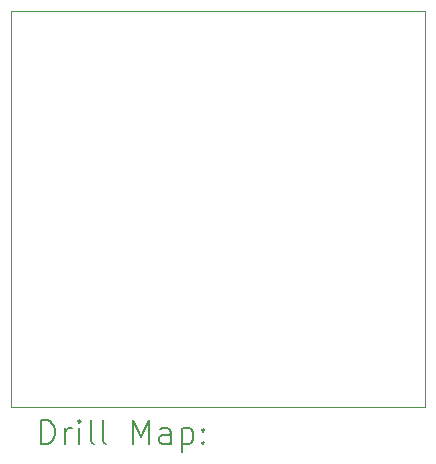
<source format=gbr>
%TF.GenerationSoftware,KiCad,Pcbnew,9.0.0*%
%TF.CreationDate,2025-07-01T12:28:05-04:00*%
%TF.ProjectId,wio-e5-test,77696f2d-6535-42d7-9465-73742e6b6963,rev?*%
%TF.SameCoordinates,Original*%
%TF.FileFunction,Drillmap*%
%TF.FilePolarity,Positive*%
%FSLAX45Y45*%
G04 Gerber Fmt 4.5, Leading zero omitted, Abs format (unit mm)*
G04 Created by KiCad (PCBNEW 9.0.0) date 2025-07-01 12:28:05*
%MOMM*%
%LPD*%
G01*
G04 APERTURE LIST*
%ADD10C,0.050000*%
%ADD11C,0.200000*%
G04 APERTURE END LIST*
D10*
X13750000Y-12300000D02*
X17260000Y-12300000D01*
X17260000Y-15650000D01*
X13750000Y-15650000D01*
X13750000Y-12300000D01*
D11*
X14008277Y-15963984D02*
X14008277Y-15763984D01*
X14008277Y-15763984D02*
X14055896Y-15763984D01*
X14055896Y-15763984D02*
X14084467Y-15773508D01*
X14084467Y-15773508D02*
X14103515Y-15792555D01*
X14103515Y-15792555D02*
X14113039Y-15811603D01*
X14113039Y-15811603D02*
X14122562Y-15849698D01*
X14122562Y-15849698D02*
X14122562Y-15878269D01*
X14122562Y-15878269D02*
X14113039Y-15916365D01*
X14113039Y-15916365D02*
X14103515Y-15935412D01*
X14103515Y-15935412D02*
X14084467Y-15954460D01*
X14084467Y-15954460D02*
X14055896Y-15963984D01*
X14055896Y-15963984D02*
X14008277Y-15963984D01*
X14208277Y-15963984D02*
X14208277Y-15830650D01*
X14208277Y-15868746D02*
X14217801Y-15849698D01*
X14217801Y-15849698D02*
X14227324Y-15840174D01*
X14227324Y-15840174D02*
X14246372Y-15830650D01*
X14246372Y-15830650D02*
X14265420Y-15830650D01*
X14332086Y-15963984D02*
X14332086Y-15830650D01*
X14332086Y-15763984D02*
X14322562Y-15773508D01*
X14322562Y-15773508D02*
X14332086Y-15783031D01*
X14332086Y-15783031D02*
X14341610Y-15773508D01*
X14341610Y-15773508D02*
X14332086Y-15763984D01*
X14332086Y-15763984D02*
X14332086Y-15783031D01*
X14455896Y-15963984D02*
X14436848Y-15954460D01*
X14436848Y-15954460D02*
X14427324Y-15935412D01*
X14427324Y-15935412D02*
X14427324Y-15763984D01*
X14560658Y-15963984D02*
X14541610Y-15954460D01*
X14541610Y-15954460D02*
X14532086Y-15935412D01*
X14532086Y-15935412D02*
X14532086Y-15763984D01*
X14789229Y-15963984D02*
X14789229Y-15763984D01*
X14789229Y-15763984D02*
X14855896Y-15906841D01*
X14855896Y-15906841D02*
X14922562Y-15763984D01*
X14922562Y-15763984D02*
X14922562Y-15963984D01*
X15103515Y-15963984D02*
X15103515Y-15859222D01*
X15103515Y-15859222D02*
X15093991Y-15840174D01*
X15093991Y-15840174D02*
X15074943Y-15830650D01*
X15074943Y-15830650D02*
X15036848Y-15830650D01*
X15036848Y-15830650D02*
X15017801Y-15840174D01*
X15103515Y-15954460D02*
X15084467Y-15963984D01*
X15084467Y-15963984D02*
X15036848Y-15963984D01*
X15036848Y-15963984D02*
X15017801Y-15954460D01*
X15017801Y-15954460D02*
X15008277Y-15935412D01*
X15008277Y-15935412D02*
X15008277Y-15916365D01*
X15008277Y-15916365D02*
X15017801Y-15897317D01*
X15017801Y-15897317D02*
X15036848Y-15887793D01*
X15036848Y-15887793D02*
X15084467Y-15887793D01*
X15084467Y-15887793D02*
X15103515Y-15878269D01*
X15198753Y-15830650D02*
X15198753Y-16030650D01*
X15198753Y-15840174D02*
X15217801Y-15830650D01*
X15217801Y-15830650D02*
X15255896Y-15830650D01*
X15255896Y-15830650D02*
X15274943Y-15840174D01*
X15274943Y-15840174D02*
X15284467Y-15849698D01*
X15284467Y-15849698D02*
X15293991Y-15868746D01*
X15293991Y-15868746D02*
X15293991Y-15925888D01*
X15293991Y-15925888D02*
X15284467Y-15944936D01*
X15284467Y-15944936D02*
X15274943Y-15954460D01*
X15274943Y-15954460D02*
X15255896Y-15963984D01*
X15255896Y-15963984D02*
X15217801Y-15963984D01*
X15217801Y-15963984D02*
X15198753Y-15954460D01*
X15379705Y-15944936D02*
X15389229Y-15954460D01*
X15389229Y-15954460D02*
X15379705Y-15963984D01*
X15379705Y-15963984D02*
X15370182Y-15954460D01*
X15370182Y-15954460D02*
X15379705Y-15944936D01*
X15379705Y-15944936D02*
X15379705Y-15963984D01*
X15379705Y-15840174D02*
X15389229Y-15849698D01*
X15389229Y-15849698D02*
X15379705Y-15859222D01*
X15379705Y-15859222D02*
X15370182Y-15849698D01*
X15370182Y-15849698D02*
X15379705Y-15840174D01*
X15379705Y-15840174D02*
X15379705Y-15859222D01*
M02*

</source>
